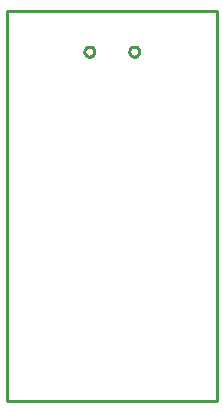
<source format=gko>
G04 EAGLE Gerber RS-274X export*
G75*
%MOMM*%
%FSLAX34Y34*%
%LPD*%
%INBoard Outline*%
%IPPOS*%
%AMOC8*
5,1,8,0,0,1.08239X$1,22.5*%
G01*
%ADD10C,0.203200*%
%ADD11C,0.000000*%
%ADD12C,0.254000*%


D10*
X0Y330200D02*
X0Y0D01*
X177800Y0D01*
X177800Y330200D01*
X0Y330200D01*
D11*
X103650Y295500D02*
X103652Y295630D01*
X103658Y295760D01*
X103668Y295890D01*
X103682Y296020D01*
X103700Y296149D01*
X103722Y296277D01*
X103747Y296405D01*
X103777Y296532D01*
X103811Y296658D01*
X103848Y296782D01*
X103889Y296906D01*
X103934Y297028D01*
X103983Y297149D01*
X104035Y297268D01*
X104091Y297386D01*
X104151Y297502D01*
X104214Y297616D01*
X104281Y297728D01*
X104351Y297837D01*
X104424Y297945D01*
X104500Y298050D01*
X104580Y298153D01*
X104663Y298254D01*
X104749Y298352D01*
X104838Y298447D01*
X104930Y298540D01*
X105024Y298629D01*
X105121Y298716D01*
X105221Y298799D01*
X105324Y298880D01*
X105428Y298957D01*
X105535Y299031D01*
X105645Y299102D01*
X105756Y299170D01*
X105870Y299234D01*
X105985Y299294D01*
X106102Y299351D01*
X106221Y299404D01*
X106342Y299454D01*
X106463Y299500D01*
X106587Y299542D01*
X106711Y299580D01*
X106837Y299615D01*
X106963Y299646D01*
X107091Y299672D01*
X107219Y299695D01*
X107348Y299714D01*
X107477Y299729D01*
X107607Y299740D01*
X107737Y299747D01*
X107867Y299750D01*
X107998Y299749D01*
X108128Y299744D01*
X108258Y299735D01*
X108387Y299722D01*
X108517Y299705D01*
X108645Y299684D01*
X108773Y299659D01*
X108900Y299631D01*
X109026Y299598D01*
X109151Y299562D01*
X109275Y299521D01*
X109398Y299477D01*
X109519Y299430D01*
X109639Y299378D01*
X109757Y299323D01*
X109873Y299264D01*
X109987Y299202D01*
X110100Y299136D01*
X110210Y299067D01*
X110318Y298995D01*
X110424Y298919D01*
X110528Y298840D01*
X110629Y298758D01*
X110728Y298673D01*
X110824Y298585D01*
X110917Y298494D01*
X111007Y298400D01*
X111094Y298303D01*
X111179Y298204D01*
X111260Y298102D01*
X111338Y297998D01*
X111413Y297892D01*
X111485Y297783D01*
X111553Y297672D01*
X111618Y297559D01*
X111679Y297444D01*
X111737Y297327D01*
X111791Y297209D01*
X111842Y297089D01*
X111889Y296967D01*
X111932Y296844D01*
X111971Y296720D01*
X112007Y296595D01*
X112038Y296468D01*
X112066Y296341D01*
X112090Y296213D01*
X112110Y296084D01*
X112126Y295955D01*
X112138Y295825D01*
X112146Y295695D01*
X112150Y295565D01*
X112150Y295435D01*
X112146Y295305D01*
X112138Y295175D01*
X112126Y295045D01*
X112110Y294916D01*
X112090Y294787D01*
X112066Y294659D01*
X112038Y294532D01*
X112007Y294405D01*
X111971Y294280D01*
X111932Y294156D01*
X111889Y294033D01*
X111842Y293911D01*
X111791Y293791D01*
X111737Y293673D01*
X111679Y293556D01*
X111618Y293441D01*
X111553Y293328D01*
X111485Y293217D01*
X111413Y293108D01*
X111338Y293002D01*
X111260Y292898D01*
X111179Y292796D01*
X111094Y292697D01*
X111007Y292600D01*
X110917Y292506D01*
X110824Y292415D01*
X110728Y292327D01*
X110629Y292242D01*
X110528Y292160D01*
X110424Y292081D01*
X110318Y292005D01*
X110210Y291933D01*
X110100Y291864D01*
X109987Y291798D01*
X109873Y291736D01*
X109757Y291677D01*
X109639Y291622D01*
X109519Y291570D01*
X109398Y291523D01*
X109275Y291479D01*
X109151Y291438D01*
X109026Y291402D01*
X108900Y291369D01*
X108773Y291341D01*
X108645Y291316D01*
X108517Y291295D01*
X108387Y291278D01*
X108258Y291265D01*
X108128Y291256D01*
X107998Y291251D01*
X107867Y291250D01*
X107737Y291253D01*
X107607Y291260D01*
X107477Y291271D01*
X107348Y291286D01*
X107219Y291305D01*
X107091Y291328D01*
X106963Y291354D01*
X106837Y291385D01*
X106711Y291420D01*
X106587Y291458D01*
X106463Y291500D01*
X106342Y291546D01*
X106221Y291596D01*
X106102Y291649D01*
X105985Y291706D01*
X105870Y291766D01*
X105756Y291830D01*
X105645Y291898D01*
X105535Y291969D01*
X105428Y292043D01*
X105324Y292120D01*
X105221Y292201D01*
X105121Y292284D01*
X105024Y292371D01*
X104930Y292460D01*
X104838Y292553D01*
X104749Y292648D01*
X104663Y292746D01*
X104580Y292847D01*
X104500Y292950D01*
X104424Y293055D01*
X104351Y293163D01*
X104281Y293272D01*
X104214Y293384D01*
X104151Y293498D01*
X104091Y293614D01*
X104035Y293732D01*
X103983Y293851D01*
X103934Y293972D01*
X103889Y294094D01*
X103848Y294218D01*
X103811Y294342D01*
X103777Y294468D01*
X103747Y294595D01*
X103722Y294723D01*
X103700Y294851D01*
X103682Y294980D01*
X103668Y295110D01*
X103658Y295240D01*
X103652Y295370D01*
X103650Y295500D01*
X65650Y295500D02*
X65652Y295630D01*
X65658Y295760D01*
X65668Y295890D01*
X65682Y296020D01*
X65700Y296149D01*
X65722Y296277D01*
X65747Y296405D01*
X65777Y296532D01*
X65811Y296658D01*
X65848Y296782D01*
X65889Y296906D01*
X65934Y297028D01*
X65983Y297149D01*
X66035Y297268D01*
X66091Y297386D01*
X66151Y297502D01*
X66214Y297616D01*
X66281Y297728D01*
X66351Y297837D01*
X66424Y297945D01*
X66500Y298050D01*
X66580Y298153D01*
X66663Y298254D01*
X66749Y298352D01*
X66838Y298447D01*
X66930Y298540D01*
X67024Y298629D01*
X67121Y298716D01*
X67221Y298799D01*
X67324Y298880D01*
X67428Y298957D01*
X67535Y299031D01*
X67645Y299102D01*
X67756Y299170D01*
X67870Y299234D01*
X67985Y299294D01*
X68102Y299351D01*
X68221Y299404D01*
X68342Y299454D01*
X68463Y299500D01*
X68587Y299542D01*
X68711Y299580D01*
X68837Y299615D01*
X68963Y299646D01*
X69091Y299672D01*
X69219Y299695D01*
X69348Y299714D01*
X69477Y299729D01*
X69607Y299740D01*
X69737Y299747D01*
X69867Y299750D01*
X69998Y299749D01*
X70128Y299744D01*
X70258Y299735D01*
X70387Y299722D01*
X70517Y299705D01*
X70645Y299684D01*
X70773Y299659D01*
X70900Y299631D01*
X71026Y299598D01*
X71151Y299562D01*
X71275Y299521D01*
X71398Y299477D01*
X71519Y299430D01*
X71639Y299378D01*
X71757Y299323D01*
X71873Y299264D01*
X71987Y299202D01*
X72100Y299136D01*
X72210Y299067D01*
X72318Y298995D01*
X72424Y298919D01*
X72528Y298840D01*
X72629Y298758D01*
X72728Y298673D01*
X72824Y298585D01*
X72917Y298494D01*
X73007Y298400D01*
X73094Y298303D01*
X73179Y298204D01*
X73260Y298102D01*
X73338Y297998D01*
X73413Y297892D01*
X73485Y297783D01*
X73553Y297672D01*
X73618Y297559D01*
X73679Y297444D01*
X73737Y297327D01*
X73791Y297209D01*
X73842Y297089D01*
X73889Y296967D01*
X73932Y296844D01*
X73971Y296720D01*
X74007Y296595D01*
X74038Y296468D01*
X74066Y296341D01*
X74090Y296213D01*
X74110Y296084D01*
X74126Y295955D01*
X74138Y295825D01*
X74146Y295695D01*
X74150Y295565D01*
X74150Y295435D01*
X74146Y295305D01*
X74138Y295175D01*
X74126Y295045D01*
X74110Y294916D01*
X74090Y294787D01*
X74066Y294659D01*
X74038Y294532D01*
X74007Y294405D01*
X73971Y294280D01*
X73932Y294156D01*
X73889Y294033D01*
X73842Y293911D01*
X73791Y293791D01*
X73737Y293673D01*
X73679Y293556D01*
X73618Y293441D01*
X73553Y293328D01*
X73485Y293217D01*
X73413Y293108D01*
X73338Y293002D01*
X73260Y292898D01*
X73179Y292796D01*
X73094Y292697D01*
X73007Y292600D01*
X72917Y292506D01*
X72824Y292415D01*
X72728Y292327D01*
X72629Y292242D01*
X72528Y292160D01*
X72424Y292081D01*
X72318Y292005D01*
X72210Y291933D01*
X72100Y291864D01*
X71987Y291798D01*
X71873Y291736D01*
X71757Y291677D01*
X71639Y291622D01*
X71519Y291570D01*
X71398Y291523D01*
X71275Y291479D01*
X71151Y291438D01*
X71026Y291402D01*
X70900Y291369D01*
X70773Y291341D01*
X70645Y291316D01*
X70517Y291295D01*
X70387Y291278D01*
X70258Y291265D01*
X70128Y291256D01*
X69998Y291251D01*
X69867Y291250D01*
X69737Y291253D01*
X69607Y291260D01*
X69477Y291271D01*
X69348Y291286D01*
X69219Y291305D01*
X69091Y291328D01*
X68963Y291354D01*
X68837Y291385D01*
X68711Y291420D01*
X68587Y291458D01*
X68463Y291500D01*
X68342Y291546D01*
X68221Y291596D01*
X68102Y291649D01*
X67985Y291706D01*
X67870Y291766D01*
X67756Y291830D01*
X67645Y291898D01*
X67535Y291969D01*
X67428Y292043D01*
X67324Y292120D01*
X67221Y292201D01*
X67121Y292284D01*
X67024Y292371D01*
X66930Y292460D01*
X66838Y292553D01*
X66749Y292648D01*
X66663Y292746D01*
X66580Y292847D01*
X66500Y292950D01*
X66424Y293055D01*
X66351Y293163D01*
X66281Y293272D01*
X66214Y293384D01*
X66151Y293498D01*
X66091Y293614D01*
X66035Y293732D01*
X65983Y293851D01*
X65934Y293972D01*
X65889Y294094D01*
X65848Y294218D01*
X65811Y294342D01*
X65777Y294468D01*
X65747Y294595D01*
X65722Y294723D01*
X65700Y294851D01*
X65682Y294980D01*
X65668Y295110D01*
X65658Y295240D01*
X65652Y295370D01*
X65650Y295500D01*
D12*
X0Y0D02*
X177800Y0D01*
X177800Y330200D01*
X0Y330200D01*
X0Y0D01*
X107621Y291250D02*
X107069Y291323D01*
X106531Y291467D01*
X106016Y291680D01*
X105534Y291959D01*
X105092Y292298D01*
X104698Y292692D01*
X104359Y293134D01*
X104080Y293616D01*
X103867Y294131D01*
X103723Y294669D01*
X103650Y295221D01*
X103650Y295779D01*
X103723Y296331D01*
X103867Y296869D01*
X104080Y297384D01*
X104359Y297866D01*
X104698Y298308D01*
X105092Y298702D01*
X105534Y299041D01*
X106016Y299320D01*
X106531Y299533D01*
X107069Y299677D01*
X107621Y299750D01*
X108179Y299750D01*
X108731Y299677D01*
X109269Y299533D01*
X109784Y299320D01*
X110266Y299041D01*
X110708Y298702D01*
X111102Y298308D01*
X111441Y297866D01*
X111720Y297384D01*
X111933Y296869D01*
X112077Y296331D01*
X112150Y295779D01*
X112150Y295221D01*
X112077Y294669D01*
X111933Y294131D01*
X111720Y293616D01*
X111441Y293134D01*
X111102Y292692D01*
X110708Y292298D01*
X110266Y291959D01*
X109784Y291680D01*
X109269Y291467D01*
X108731Y291323D01*
X108179Y291250D01*
X107621Y291250D01*
X69621Y291250D02*
X69069Y291323D01*
X68531Y291467D01*
X68016Y291680D01*
X67534Y291959D01*
X67092Y292298D01*
X66698Y292692D01*
X66359Y293134D01*
X66080Y293616D01*
X65867Y294131D01*
X65723Y294669D01*
X65650Y295221D01*
X65650Y295779D01*
X65723Y296331D01*
X65867Y296869D01*
X66080Y297384D01*
X66359Y297866D01*
X66698Y298308D01*
X67092Y298702D01*
X67534Y299041D01*
X68016Y299320D01*
X68531Y299533D01*
X69069Y299677D01*
X69621Y299750D01*
X70179Y299750D01*
X70731Y299677D01*
X71269Y299533D01*
X71784Y299320D01*
X72266Y299041D01*
X72708Y298702D01*
X73102Y298308D01*
X73441Y297866D01*
X73720Y297384D01*
X73933Y296869D01*
X74077Y296331D01*
X74150Y295779D01*
X74150Y295221D01*
X74077Y294669D01*
X73933Y294131D01*
X73720Y293616D01*
X73441Y293134D01*
X73102Y292692D01*
X72708Y292298D01*
X72266Y291959D01*
X71784Y291680D01*
X71269Y291467D01*
X70731Y291323D01*
X70179Y291250D01*
X69621Y291250D01*
M02*

</source>
